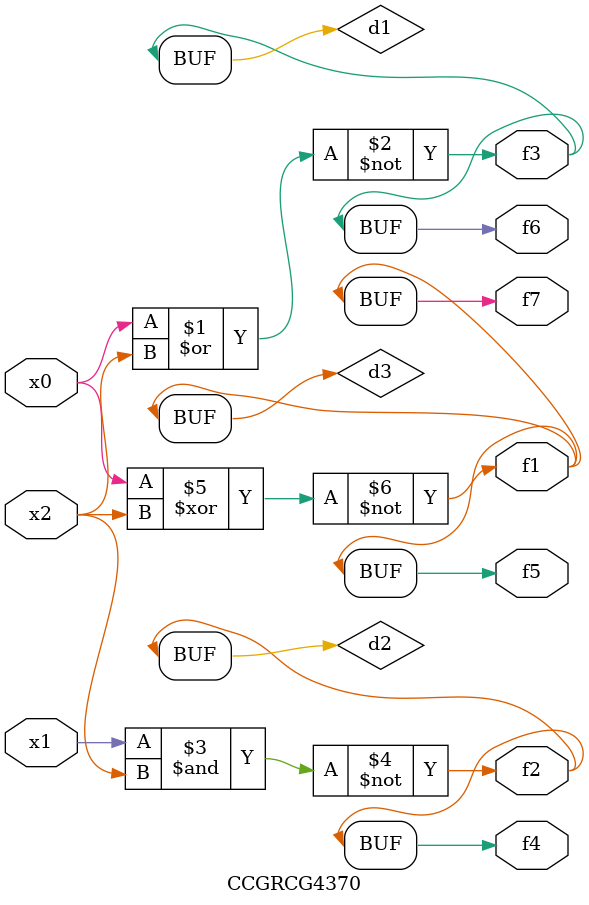
<source format=v>
module CCGRCG4370(
	input x0, x1, x2,
	output f1, f2, f3, f4, f5, f6, f7
);

	wire d1, d2, d3;

	nor (d1, x0, x2);
	nand (d2, x1, x2);
	xnor (d3, x0, x2);
	assign f1 = d3;
	assign f2 = d2;
	assign f3 = d1;
	assign f4 = d2;
	assign f5 = d3;
	assign f6 = d1;
	assign f7 = d3;
endmodule

</source>
